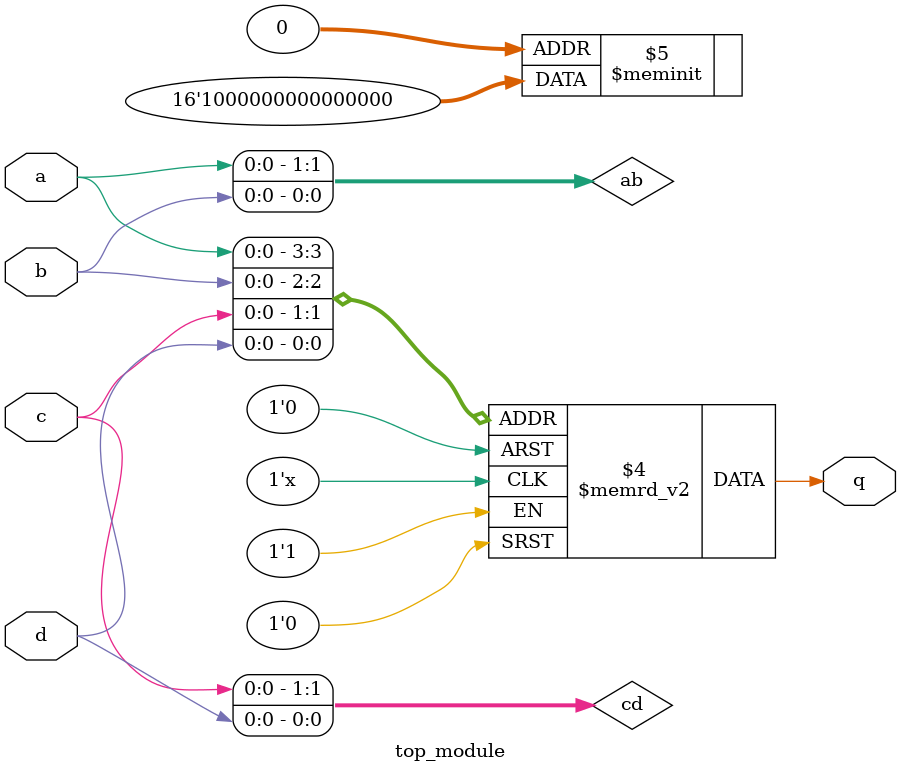
<source format=sv>
module top_module (
    input a,
    input b,
    input c,
    input d,
    output q
);

wire [1:0] ab;
wire [1:0] cd;

assign ab = {a, b};
assign cd = {c, d};

always @(*) begin
    case ({ab, cd})
        4'b0000, 4'b0001, 4'b0010, 4'b0011, 4'b0100, 4'b0101, 4'b0110, 4'b0111, 4'b1000, 4'b1001, 4'b1010, 4'b1011, 4'b1100, 4'b1101, 4'b1110: q = 1'b0;
        4'b1111: q = 1'b1;
        default: q = 1'bx;
    endcase
end

endmodule

</source>
